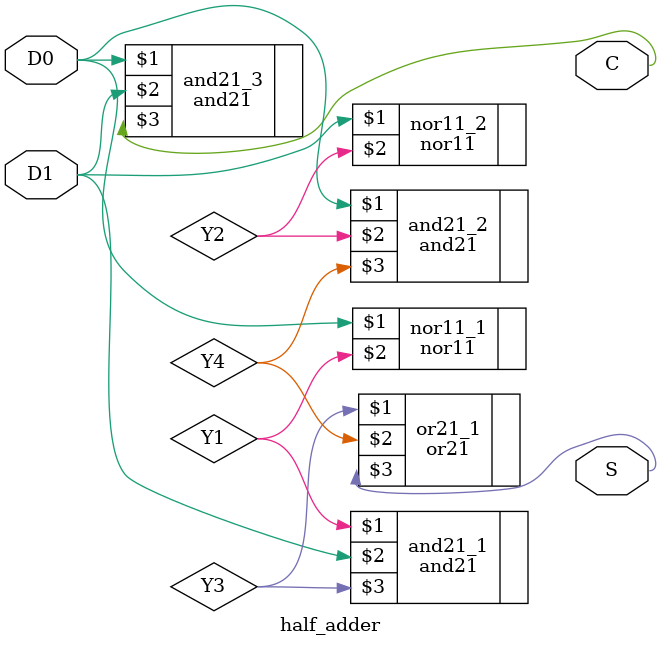
<source format=v>
`timescale 1ns / 1ps


module half_adder(input D0, D1,
    output S, C);

    wire Y1, Y2, Y3, Y4;

    nor11 nor11_1(D0, Y1); //~A
    nor11 nor11_2(D1, Y2); //~B

    and21 and21_1(Y1, D1, Y3),
          and21_2(D0, Y2, Y4);

    or21 or21_1(Y3, Y4, S);
    
    and21 and21_3(D0, D1, C);
    
endmodule

</source>
